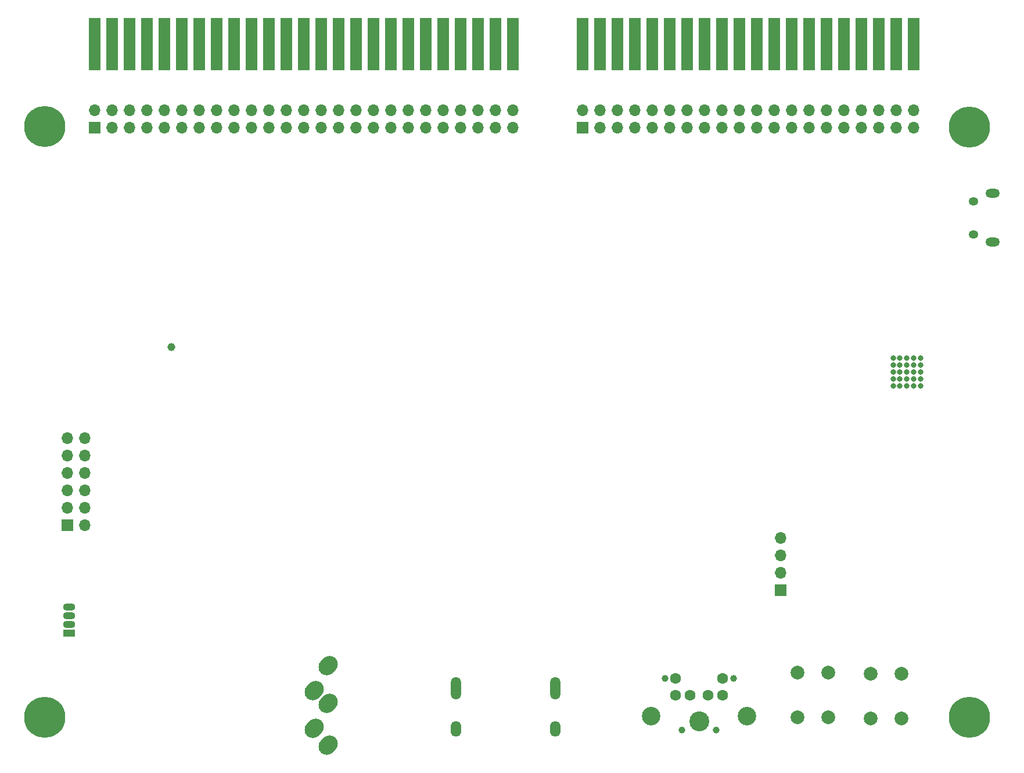
<source format=gbr>
%TF.GenerationSoftware,KiCad,Pcbnew,(6.0.11)*%
%TF.CreationDate,2023-03-16T22:04:06-07:00*%
%TF.ProjectId,TRS-IO++,5452532d-494f-42b2-9b2e-6b696361645f,rev?*%
%TF.SameCoordinates,Original*%
%TF.FileFunction,Soldermask,Bot*%
%TF.FilePolarity,Negative*%
%FSLAX46Y46*%
G04 Gerber Fmt 4.6, Leading zero omitted, Abs format (unit mm)*
G04 Created by KiCad (PCBNEW (6.0.11)) date 2023-03-16 22:04:06*
%MOMM*%
%LPD*%
G01*
G04 APERTURE LIST*
G04 Aperture macros list*
%AMHorizOval*
0 Thick line with rounded ends*
0 $1 width*
0 $2 $3 position (X,Y) of the first rounded end (center of the circle)*
0 $4 $5 position (X,Y) of the second rounded end (center of the circle)*
0 Add line between two ends*
20,1,$1,$2,$3,$4,$5,0*
0 Add two circle primitives to create the rounded ends*
1,1,$1,$2,$3*
1,1,$1,$4,$5*%
G04 Aperture macros list end*
%ADD10C,0.800000*%
%ADD11C,6.000000*%
%ADD12C,2.000000*%
%ADD13R,1.700000X1.700000*%
%ADD14O,1.700000X1.700000*%
%ADD15HorizOval,2.400000X-0.212132X-0.212132X0.212132X0.212132X0*%
%ADD16O,1.500000X3.300000*%
%ADD17O,1.500000X2.300000*%
%ADD18O,1.400000X1.200000*%
%ADD19O,2.100000X1.300000*%
%ADD20R,1.778000X7.620000*%
%ADD21R,1.800000X1.070000*%
%ADD22O,1.800000X1.070000*%
%ADD23C,1.600000*%
%ADD24C,1.000000*%
%ADD25C,2.900000*%
%ADD26C,2.700000*%
%ADD27C,1.150000*%
G04 APERTURE END LIST*
D10*
%TO.C,H3*%
X202387690Y-139887010D03*
X203046700Y-141478000D03*
X199205710Y-143068990D03*
D11*
X200796700Y-141478000D03*
D10*
X200796700Y-143728000D03*
X202387690Y-143068990D03*
X200796700Y-139228000D03*
X198546700Y-141478000D03*
X199205710Y-139887010D03*
%TD*%
%TO.C,H2*%
X198546700Y-55321200D03*
X202387690Y-53730210D03*
X200796700Y-57571200D03*
X199205710Y-53730210D03*
X203046700Y-55321200D03*
X199205710Y-56912190D03*
X202387690Y-56912190D03*
D11*
X200796700Y-55321200D03*
D10*
X200796700Y-53071200D03*
%TD*%
D12*
%TO.C,SW2*%
X175737500Y-134976800D03*
X175737500Y-141476800D03*
X180237500Y-141476800D03*
X180237500Y-134976800D03*
%TD*%
D13*
%TO.C,J2*%
X144413700Y-55422800D03*
D14*
X144413700Y-52882800D03*
X146953700Y-55422800D03*
X146953700Y-52882800D03*
X149493700Y-55422800D03*
X149493700Y-52882800D03*
X152033700Y-55422800D03*
X152033700Y-52882800D03*
X154573700Y-55422800D03*
X154573700Y-52882800D03*
X157113700Y-55422800D03*
X157113700Y-52882800D03*
X159653700Y-55422800D03*
X159653700Y-52882800D03*
X162193700Y-55422800D03*
X162193700Y-52882800D03*
X164733700Y-55422800D03*
X164733700Y-52882800D03*
X167273700Y-55422800D03*
X167273700Y-52882800D03*
X169813700Y-55422800D03*
X169813700Y-52882800D03*
X172353700Y-55422800D03*
X172353700Y-52882800D03*
X174893700Y-55422800D03*
X174893700Y-52882800D03*
X177433700Y-55422800D03*
X177433700Y-52882800D03*
X179973700Y-55422800D03*
X179973700Y-52882800D03*
X182513700Y-55422800D03*
X182513700Y-52882800D03*
X185053700Y-55422800D03*
X185053700Y-52882800D03*
X187593700Y-55422800D03*
X187593700Y-52882800D03*
X190133700Y-55422800D03*
X190133700Y-52882800D03*
X192673700Y-55422800D03*
X192673700Y-52882800D03*
%TD*%
D15*
%TO.C,J10*%
X105273899Y-137591199D03*
X107273899Y-139391199D03*
X107273899Y-145491199D03*
X105273899Y-143091199D03*
X107273899Y-133891199D03*
%TD*%
D16*
%TO.C,J7*%
X140431900Y-137233000D03*
D17*
X125931900Y-143193000D03*
X140431900Y-143193000D03*
D16*
X125931900Y-137233000D03*
%TD*%
D13*
%TO.C,J8*%
X173255166Y-122892600D03*
D14*
X173255166Y-120352600D03*
X173255166Y-117812600D03*
X173255166Y-115272600D03*
%TD*%
D12*
%TO.C,SW1*%
X186354700Y-135129200D03*
X186354700Y-141629200D03*
X190854700Y-141629200D03*
X190854700Y-135129200D03*
%TD*%
D13*
%TO.C,J5*%
X69322000Y-113411400D03*
D14*
X71862000Y-113411400D03*
X69322000Y-110871400D03*
X71862000Y-110871400D03*
X69322000Y-108331400D03*
X71862000Y-108331400D03*
X69322000Y-105791400D03*
X71862000Y-105791400D03*
X69322000Y-103251400D03*
X71862000Y-103251400D03*
X69322000Y-100711400D03*
X71862000Y-100711400D03*
%TD*%
D10*
%TO.C,U1*%
X189655900Y-90090800D03*
X192655900Y-90090800D03*
X192655900Y-91090800D03*
X189655900Y-91090800D03*
X193655900Y-93090800D03*
X193655900Y-89090800D03*
X189655900Y-92090800D03*
X190655900Y-91090800D03*
X191655900Y-93090800D03*
X189655900Y-93090800D03*
X189655900Y-89090800D03*
X191655900Y-92090800D03*
X191655900Y-91090800D03*
X193655900Y-91090800D03*
X192655900Y-93090800D03*
X190655900Y-93090800D03*
X190655900Y-89090800D03*
X192655900Y-92090800D03*
X193655900Y-92090800D03*
X192655900Y-89090800D03*
X190655900Y-90090800D03*
X191655900Y-90090800D03*
X193655900Y-90090800D03*
X191655900Y-89090800D03*
X190655900Y-92090800D03*
%TD*%
%TO.C,H1*%
X66024300Y-57520400D03*
X64433310Y-56861390D03*
X68274300Y-55270400D03*
D11*
X66024300Y-55270400D03*
D10*
X64433310Y-53679410D03*
X67615290Y-56861390D03*
X67615290Y-53679410D03*
X66024300Y-53020400D03*
X63774300Y-55270400D03*
%TD*%
D18*
%TO.C,J12*%
X201374000Y-66155000D03*
D19*
X204124000Y-72155000D03*
X204124000Y-65005000D03*
D18*
X201374000Y-71005000D03*
%TD*%
D20*
%TO.C,J4*%
X144408700Y-43281600D03*
X146948700Y-43281600D03*
X149488700Y-43281600D03*
X152028700Y-43281600D03*
X154568700Y-43281600D03*
X157108700Y-43281600D03*
X159648700Y-43281600D03*
X162188700Y-43281600D03*
X164728700Y-43281600D03*
X167268700Y-43281600D03*
X169808700Y-43281600D03*
X172348700Y-43281600D03*
X174888700Y-43281600D03*
X177428700Y-43281600D03*
X179968700Y-43281600D03*
X182508700Y-43281600D03*
X185048700Y-43281600D03*
X187588700Y-43281600D03*
X190128700Y-43281600D03*
X192668700Y-43281600D03*
%TD*%
%TO.C,J3*%
X73263300Y-43281600D03*
X75803300Y-43281600D03*
X78343300Y-43281600D03*
X80883300Y-43281600D03*
X83423300Y-43281600D03*
X85963300Y-43281600D03*
X88503300Y-43281600D03*
X91043300Y-43281600D03*
X93583300Y-43281600D03*
X96123300Y-43281600D03*
X98663300Y-43281600D03*
X101203300Y-43281600D03*
X103743300Y-43281600D03*
X106283300Y-43281600D03*
X108823300Y-43281600D03*
X111363300Y-43281600D03*
X113903300Y-43281600D03*
X116443300Y-43281600D03*
X118983300Y-43281600D03*
X121523300Y-43281600D03*
X124063300Y-43281600D03*
X126603300Y-43281600D03*
X129143300Y-43281600D03*
X131683300Y-43281600D03*
X134223300Y-43281600D03*
%TD*%
D21*
%TO.C,D1*%
X69543200Y-129156000D03*
D22*
X69543200Y-127886000D03*
X69543200Y-126616000D03*
X69543200Y-125346000D03*
%TD*%
D23*
%TO.C,J11*%
X162675900Y-138262800D03*
X160075900Y-138262800D03*
X164775900Y-138262800D03*
X157975900Y-138262800D03*
X164775900Y-135762800D03*
X157975900Y-135762800D03*
D24*
X163875900Y-143362800D03*
X158875900Y-143362800D03*
X166375900Y-135762800D03*
X156375900Y-135762800D03*
D25*
X161375900Y-142062800D03*
D26*
X168375900Y-141262800D03*
X154375900Y-141262800D03*
%TD*%
D27*
%TO.C,Conn1*%
X84440300Y-87422900D03*
%TD*%
D13*
%TO.C,J1*%
X73237900Y-55422800D03*
D14*
X73237900Y-52882800D03*
X75777900Y-55422800D03*
X75777900Y-52882800D03*
X78317900Y-55422800D03*
X78317900Y-52882800D03*
X80857900Y-55422800D03*
X80857900Y-52882800D03*
X83397900Y-55422800D03*
X83397900Y-52882800D03*
X85937900Y-55422800D03*
X85937900Y-52882800D03*
X88477900Y-55422800D03*
X88477900Y-52882800D03*
X91017900Y-55422800D03*
X91017900Y-52882800D03*
X93557900Y-55422800D03*
X93557900Y-52882800D03*
X96097900Y-55422800D03*
X96097900Y-52882800D03*
X98637900Y-55422800D03*
X98637900Y-52882800D03*
X101177900Y-55422800D03*
X101177900Y-52882800D03*
X103717900Y-55422800D03*
X103717900Y-52882800D03*
X106257900Y-55422800D03*
X106257900Y-52882800D03*
X108797900Y-55422800D03*
X108797900Y-52882800D03*
X111337900Y-55422800D03*
X111337900Y-52882800D03*
X113877900Y-55422800D03*
X113877900Y-52882800D03*
X116417900Y-55422800D03*
X116417900Y-52882800D03*
X118957900Y-55422800D03*
X118957900Y-52882800D03*
X121497900Y-55422800D03*
X121497900Y-52882800D03*
X124037900Y-55422800D03*
X124037900Y-52882800D03*
X126577900Y-55422800D03*
X126577900Y-52882800D03*
X129117900Y-55422800D03*
X129117900Y-52882800D03*
X131657900Y-55422800D03*
X131657900Y-52882800D03*
X134197900Y-55422800D03*
X134197900Y-52882800D03*
%TD*%
D10*
%TO.C,H4*%
X66024300Y-143728000D03*
X68274300Y-141478000D03*
X64433310Y-139887010D03*
X66024300Y-139228000D03*
X64433310Y-143068990D03*
X67615290Y-143068990D03*
D11*
X66024300Y-141478000D03*
D10*
X63774300Y-141478000D03*
X67615290Y-139887010D03*
%TD*%
M02*

</source>
